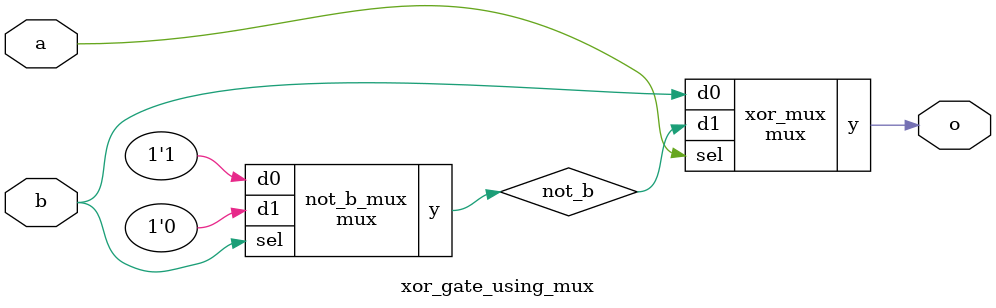
<source format=sv>

module mux
(
  input  d0, d1,
  input  sel,
  output y
);

  assign y = sel ? d1 : d0;

endmodule

//----------------------------------------------------------------------------
// Task
//----------------------------------------------------------------------------

module xor_gate_using_mux
(
    input  a,
    input  b,
    output o
);

  // Task:
  // Implement xor gate using instance(s) of mux,
  // constants 0 and 1, and wire connections

  wire not_b;
  wire mux_out;

  mux not_b_mux (
    .d0(1'b1),
    .d1(1'b0),
    .sel(b),
    .y(not_b)
  );

  // Then use another mux to implement XOR logic
  mux xor_mux (
    .d0(b),     
    .d1(not_b), 
    .sel(a),
    .y(o)
  );

endmodule

</source>
